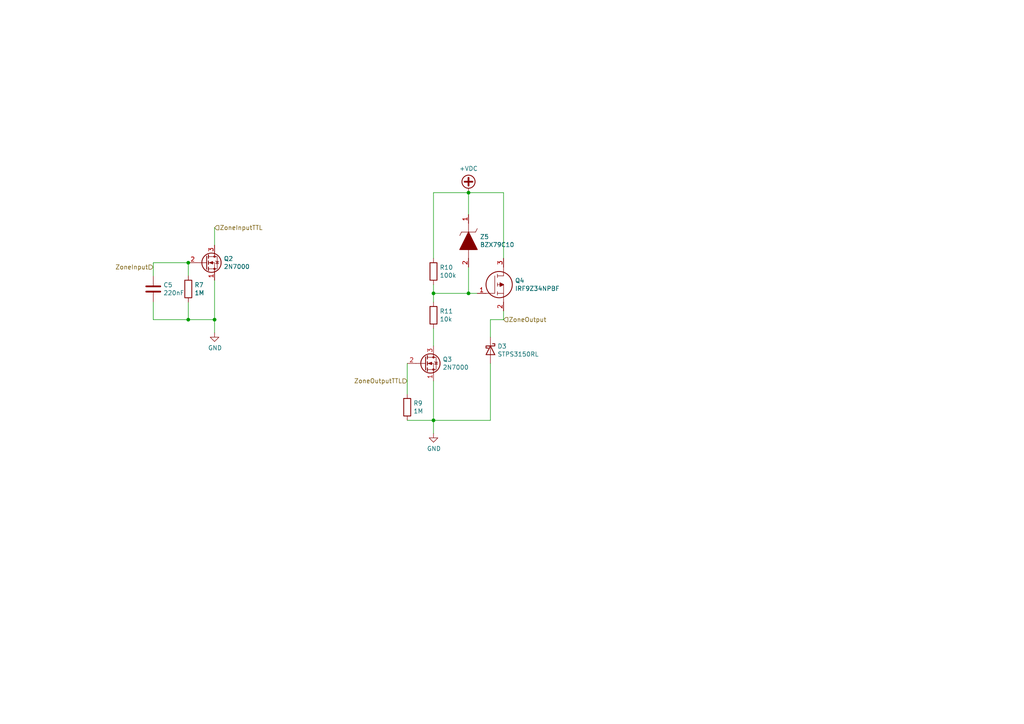
<source format=kicad_sch>
(kicad_sch (version 20211123) (generator eeschema)
  (paper "A4")
  (lib_symbols
    (symbol "Device:C" (pin_numbers hide) (pin_names (offset 0.254))
      (property "Reference" "C" (at 0.635 2.54 0))
      (property "Value" "C" (at 0.635 -2.54 0))
      (symbol "C_0_1"
        (polyline (pts (xy -2.032 -0.762) (xy 2.032 -0.762)) (stroke (width 0.508)))
        (polyline (pts (xy -2.032 0.762) (xy 2.032 0.762)) (stroke (width 0.508)))
      )
      (symbol "C_1_1"
        (pin passive line (at 0 3.81 270) (length 2.794) (name "~") (number "1"))
        (pin passive line (at 0 -3.81 90) (length 2.794) (name "~") (number "2"))
      )
    )
    (symbol "Device:D_Schottky" (pin_numbers hide) (pin_names (offset 1.016) hide)
      (property "Reference" "D" (at 0 2.54 0))
      (property "Value" "D_Schottky" (at 0 -2.54 0))
      (symbol "D_Schottky_0_1"
        (polyline (pts (xy 1.27 0) (xy -1.27 0)))
        (polyline (pts (xy 1.27 1.27) (xy 1.27 -1.27) (xy -1.27 0) (xy 1.27 1.27)) (stroke (width 0.254)))
        (polyline (pts (xy -1.905 0.635) (xy -1.905 1.27) (xy -1.27 1.27) (xy -1.27 -1.27) (xy -0.635 -1.27) (xy -0.635 -0.635)) (stroke (width 0.254)))
      )
      (symbol "D_Schottky_1_1"
        (pin passive line (at -3.81 0 0) (length 2.54) (name "K") (number "1"))
        (pin passive line (at 3.81 0 180) (length 2.54) (name "A") (number "2"))
      )
    )
    (symbol "Device:R" (pin_numbers hide) (pin_names (offset 0))
      (property "Reference" "R" (at 2.032 0 90))
      (property "Value" "R" (at 0 0 90))
      (symbol "R_0_1"
        (rectangle (start -1.016 -2.54) (end 1.016 2.54) (stroke (width 0.254)))
      )
      (symbol "R_1_1"
        (pin passive line (at 0 3.81 270) (length 1.27) (name "~") (number "1"))
        (pin passive line (at 0 -3.81 90) (length 1.27) (name "~") (number "2"))
      )
    )
    (symbol "SamacSys_Parts:BZX79C10" (pin_names (offset 0.762))
      (property "Reference" "Z" (at 10.16 8.89 0))
      (property "Value" "SamacSys_Parts_BZX79C10" (at 10.16 6.35 0))
      (symbol "BZX79C10_0_0"
        (pin passive line (at 0 0 0) (length 2.54) (name "~") (number "1"))
        (pin passive line (at 15.24 0 180) (length 2.54) (name "~") (number "2"))
      )
      (symbol "BZX79C10_0_1"
        (polyline (pts (xy 2.54 0) (xy 5.08 0)) (stroke (width 0.1524)))
        (polyline (pts (xy 4.064 -2.54) (xy 5.08 -2.032)) (stroke (width 0.1524)))
        (polyline (pts (xy 5.08 2.032) (xy 5.08 -2.032)) (stroke (width 0.1524)))
        (polyline (pts (xy 5.08 2.032) (xy 6.096 2.54)) (stroke (width 0.1524)))
        (polyline (pts (xy 12.7 0) (xy 10.16 0)) (stroke (width 0.1524)))
        (polyline (pts (xy 5.08 0) (xy 10.16 2.54) (xy 10.16 -2.54) (xy 5.08 0)) (stroke (width 0.254)) (fill (type outline)))
      )
    )
    (symbol "SamacSys_Parts:IRF9Z34NPBF" (pin_names (offset 0.762))
      (property "Reference" "Q" (at 11.43 3.81 0))
      (property "Value" "SamacSys_Parts_IRF9Z34NPBF" (at 11.43 1.27 0))
      (symbol "IRF9Z34NPBF_0_0"
        (pin passive line (at 0 0 0) (length 2.54) (name "~") (number "1"))
        (pin passive line (at 7.62 -5.08 90) (length 2.54) (name "~") (number "2"))
        (pin passive line (at 7.62 10.16 270) (length 2.54) (name "~") (number "3"))
      )
      (symbol "IRF9Z34NPBF_0_1"
        (polyline (pts (xy 5.842 -0.508) (xy 5.842 0.508)) (stroke (width 0.1524)))
        (polyline (pts (xy 5.842 0) (xy 7.62 0)) (stroke (width 0.1524)))
        (polyline (pts (xy 5.842 2.032) (xy 5.842 3.048)) (stroke (width 0.1524)))
        (polyline (pts (xy 5.842 5.588) (xy 5.842 4.572)) (stroke (width 0.1524)))
        (polyline (pts (xy 7.62 2.54) (xy 5.842 2.54)) (stroke (width 0.1524)))
        (polyline (pts (xy 7.62 2.54) (xy 7.62 -2.54)) (stroke (width 0.1524)))
        (polyline (pts (xy 7.62 5.08) (xy 5.842 5.08)) (stroke (width 0.1524)))
        (polyline (pts (xy 7.62 5.08) (xy 7.62 7.62)) (stroke (width 0.1524)))
        (polyline (pts (xy 2.54 0) (xy 5.08 0) (xy 5.08 5.08)) (stroke (width 0.1524)))
        (polyline (pts (xy 7.62 2.54) (xy 6.604 3.048) (xy 6.604 2.032) (xy 7.62 2.54)) (stroke (width 0.254)) (fill (type outline)))
        (circle (center 6.35 2.54) (radius 3.81) (stroke (width 0.254)))
      )
    )
    (symbol "Transistor_FET:2N7000" (pin_names hide)
      (property "Reference" "Q" (at 5.08 1.905 0))
      (property "Value" "2N7000" (at 5.08 0 0))
      (symbol "2N7000_0_1"
        (polyline (pts (xy 0.254 0) (xy -2.54 0)))
        (polyline (pts (xy 0.254 1.905) (xy 0.254 -1.905)) (stroke (width 0.254)))
        (polyline (pts (xy 0.762 -1.27) (xy 0.762 -2.286)) (stroke (width 0.254)))
        (polyline (pts (xy 0.762 0.508) (xy 0.762 -0.508)) (stroke (width 0.254)))
        (polyline (pts (xy 0.762 2.286) (xy 0.762 1.27)) (stroke (width 0.254)))
        (polyline (pts (xy 2.54 2.54) (xy 2.54 1.778)))
        (polyline (pts (xy 2.54 -2.54) (xy 2.54 0) (xy 0.762 0)))
        (polyline (pts (xy 0.762 -1.778) (xy 3.302 -1.778) (xy 3.302 1.778) (xy 0.762 1.778)))
        (polyline (pts (xy 1.016 0) (xy 2.032 0.381) (xy 2.032 -0.381) (xy 1.016 0)) (fill (type outline)))
        (polyline (pts (xy 2.794 0.508) (xy 2.921 0.381) (xy 3.683 0.381) (xy 3.81 0.254)))
        (polyline (pts (xy 3.302 0.381) (xy 2.921 -0.254) (xy 3.683 -0.254) (xy 3.302 0.381)))
        (circle (center 1.651 0) (radius 2.794) (stroke (width 0.254)))
        (circle (center 2.54 -1.778) (radius 0.254) (fill (type outline)))
        (circle (center 2.54 1.778) (radius 0.254) (fill (type outline)))
      )
      (symbol "2N7000_1_1"
        (pin passive line (at 2.54 -5.08 90) (length 2.54) (name "S") (number "1"))
        (pin input line (at -5.08 0 0) (length 2.54) (name "G") (number "2"))
        (pin passive line (at 2.54 5.08 270) (length 2.54) (name "D") (number "3"))
      )
    )
    (symbol "power:+VDC" (power) (pin_names (offset 0))
      (property "Value" "+VDC" (at 0 6.35 0))
      (symbol "+VDC_0_1"
        (polyline (pts (xy -1.143 3.175) (xy 1.143 3.175)) (stroke (width 0.508)))
        (polyline (pts (xy 0 0) (xy 0 1.27)))
        (polyline (pts (xy 0 2.032) (xy 0 4.318)) (stroke (width 0.508)))
        (circle (center 0 3.175) (radius 1.905) (stroke (width 0.254)))
      )
      (symbol "+VDC_1_1"
        (pin power_in line (at 0 0 90) (length 0) hide (name "+VDC") (number "1"))
      )
    )
    (symbol "power:GND" (power) (pin_names (offset 0))
      (property "Value" "GND" (at 0 -3.81 0))
      (symbol "GND_0_1"
        (polyline (pts (xy 0 0) (xy 0 -1.27) (xy 1.27 -1.27) (xy 0 -2.54) (xy -1.27 -1.27) (xy 0 -1.27)))
      )
      (symbol "GND_1_1"
        (pin power_in line (at 0 0 270) (length 0) hide (name "GND") (number "1"))
      )
    )
  )
  (junction (at 54.61 76.2))
  (junction (at 54.61 92.71))
  (junction (at 125.73 85.09))
  (junction (at 135.89 85.09))
  (junction (at 125.73 121.92))
  (junction (at 62.23 92.71))
  (junction (at 135.89 55.88))
  (wire (pts (xy 146.05 55.88) (xy 135.89 55.88)))
  (wire (pts (xy 125.73 85.09) (xy 135.89 85.09)))
  (wire (pts (xy 125.73 55.88) (xy 125.73 74.93)))
  (wire (pts (xy 135.89 77.47) (xy 135.89 85.09)))
  (wire (pts (xy 62.23 71.12) (xy 62.23 66.04)))
  (wire (pts (xy 125.73 85.09) (xy 125.73 82.55)))
  (wire (pts (xy 125.73 125.73) (xy 125.73 121.92)))
  (wire (pts (xy 118.11 114.3) (xy 118.11 105.41)))
  (wire (pts (xy 54.61 80.01) (xy 54.61 76.2)))
  (wire (pts (xy 44.45 92.71) (xy 54.61 92.71)))
  (wire (pts (xy 135.89 85.09) (xy 138.43 85.09)))
  (wire (pts (xy 125.73 95.25) (xy 125.73 100.33)))
  (wire (pts (xy 44.45 76.2) (xy 54.61 76.2)))
  (wire (pts (xy 146.05 74.93) (xy 146.05 55.88)))
  (wire (pts (xy 125.73 87.63) (xy 125.73 85.09)))
  (wire (pts (xy 142.24 105.41) (xy 142.24 121.92)))
  (wire (pts (xy 44.45 87.63) (xy 44.45 92.71)))
  (wire (pts (xy 135.89 55.88) (xy 125.73 55.88)))
  (wire (pts (xy 54.61 87.63) (xy 54.61 92.71)))
  (wire (pts (xy 62.23 81.28) (xy 62.23 92.71)))
  (wire (pts (xy 62.23 96.52) (xy 62.23 92.71)))
  (wire (pts (xy 135.89 62.23) (xy 135.89 55.88)))
  (wire (pts (xy 44.45 80.01) (xy 44.45 76.2)))
  (wire (pts (xy 142.24 121.92) (xy 125.73 121.92)))
  (wire (pts (xy 142.24 97.79) (xy 142.24 92.71)))
  (wire (pts (xy 125.73 110.49) (xy 125.73 121.92)))
  (wire (pts (xy 118.11 121.92) (xy 125.73 121.92)))
  (wire (pts (xy 142.24 92.71) (xy 146.05 92.71)))
  (wire (pts (xy 54.61 92.71) (xy 62.23 92.71)))
  (wire (pts (xy 146.05 92.71) (xy 146.05 90.17)))
  (hierarchical_label "ZoneOutput" (shape input) (at 146.05 92.71 0))
  (hierarchical_label "ZoneInputTTL" (shape input) (at 62.23 66.04 0))
  (hierarchical_label "ZoneOutputTTL" (shape input) (at 118.11 110.49 180))
  (hierarchical_label "ZoneInput" (shape input) (at 44.45 77.47 180))
  (symbol (lib_id "Transistor_FET:2N7000") (at 59.69 76.2 0)
    (property "Reference" "Q2" (at 64.8716 75.0316 0) (effects (justify left)))
    (property "Value" "2N7000" (at 64.8716 77.343 0) (effects (justify left)))
    (property "Footprint" "Package_TO_SOT_THT:TO-92_Inline" (effects hide))
    (property "Datasheet" "https://www.onsemi.com/pub/Collateral/NDS7002A-D.PDF" (effects hide))
  )
  (symbol (lib_id "Device:R") (at 54.61 83.82 0)
    (property "Reference" "R7" (at 56.388 82.6516 0) (effects (justify left)))
    (property "Value" "1M" (at 56.388 84.963 0) (effects (justify left)))
    (property "Footprint" "Resistor_THT:R_Axial_DIN0207_L6.3mm_D2.5mm_P2.54mm_Vertical" (effects hide))
  )
  (symbol (lib_id "power:GND") (at 62.23 96.52 0)
    (property "Reference" "#PWR028" (effects hide))
    (property "Value" "GND" (at 62.357 100.9142 0))
  )
  (symbol (lib_id "Transistor_FET:2N7000") (at 123.19 105.41 0)
    (property "Reference" "Q3" (at 128.3716 104.2416 0) (effects (justify left)))
    (property "Value" "2N7000" (at 128.3716 106.553 0) (effects (justify left)))
    (property "Footprint" "Package_TO_SOT_THT:TO-92_Inline" (effects hide))
    (property "Datasheet" "https://www.onsemi.com/pub/Collateral/NDS7002A-D.PDF" (effects hide))
  )
  (symbol (lib_id "Device:R") (at 118.11 118.11 0)
    (property "Reference" "R9" (at 119.888 116.9416 0) (effects (justify left)))
    (property "Value" "1M" (at 119.888 119.253 0) (effects (justify left)))
    (property "Footprint" "Resistor_THT:R_Axial_DIN0207_L6.3mm_D2.5mm_P2.54mm_Vertical" (effects hide))
  )
  (symbol (lib_id "power:GND") (at 125.73 125.73 0)
    (property "Reference" "#PWR029" (effects hide))
    (property "Value" "GND" (at 125.857 130.1242 0))
  )
  (symbol (lib_id "Device:R") (at 125.73 91.44 0)
    (property "Reference" "R11" (at 127.508 90.2716 0) (effects (justify left)))
    (property "Value" "10k" (at 127.508 92.583 0) (effects (justify left)))
    (property "Footprint" "Resistor_THT:R_Axial_DIN0207_L6.3mm_D2.5mm_P2.54mm_Vertical" (effects hide))
  )
  (symbol (lib_id "Device:R") (at 125.73 78.74 0)
    (property "Reference" "R10" (at 127.508 77.5716 0) (effects (justify left)))
    (property "Value" "100k" (at 127.508 79.883 0) (effects (justify left)))
    (property "Footprint" "Resistor_THT:R_Axial_DIN0207_L6.3mm_D2.5mm_P2.54mm_Vertical" (effects hide))
  )
  (symbol (lib_id "SamacSys_Parts:IRF9Z34NPBF") (at 138.43 85.09 0)
    (property "Reference" "Q4" (at 149.352 81.3816 0) (effects (justify left)))
    (property "Value" "IRF9Z34NPBF" (at 149.352 83.693 0) (effects (justify left)))
    (property "Footprint" "SamacSys_Parts:TO254P469X1042X1967-3P" (effects hide))
    (property "Datasheet" "https://www.infineon.com/dgdl/irf9z34npbf.pdf?fileId=5546d462533600a40153561220af1ddd" (effects hide))
    (property "Description" "MOSFET MOSFT PCh -55V -17A 100mOhm 23.3nC" (effects hide))
    (property "Height" "4.69" (effects hide))
    (property "Mouser Part Number" "942-IRF9Z34NPBF" (effects hide))
    (property "Mouser Price/Stock" "https://www.mouser.co.uk/ProductDetail/Infineon-IR/IRF9Z34NPBF?qs=9%252BKlkBgLFf16a%2FvlD%252BMCtQ%3D%3D" (effects hide))
    (property "Manufacturer_Name" "Infineon" (effects hide))
    (property "Manufacturer_Part_Number" "IRF9Z34NPBF" (effects hide))
  )
  (symbol (lib_id "power:+VDC") (at 135.89 55.88 0)
    (property "Reference" "#PWR030" (effects hide))
    (property "Value" "+VDC" (at 135.89 48.895 0))
  )
  (symbol (lib_id "Device:D_Schottky") (at 142.24 101.6 270)
    (property "Reference" "D3" (at 144.272 100.4316 90) (effects (justify left)))
    (property "Value" "STPS3150RL" (at 144.272 102.743 90) (effects (justify left)))
    (property "Footprint" "Diode_THT:D_DO-201_P15.24mm_Horizontal" (effects hide))
  )
  (symbol (lib_id "SamacSys_Parts:BZX79C10") (at 135.89 62.23 90) (mirror x)
    (property "Reference" "Z5" (at 139.192 68.6816 90) (effects (justify right)))
    (property "Value" "BZX79C10" (at 139.192 70.993 90) (effects (justify right)))
    (property "Footprint" "DIOAD1068W53L380D172" (effects hide))
    (property "Datasheet" "https://www.fairchildsemi.com/datasheets/BZ/BZX79C10.pdf" (effects hide))
    (property "Description" "BZX79C10, Zener Diode, 10V +/-5 500 mW 0.2A, 2-Pin DO-35" (effects hide))
    (property "Mouser Part Number" "512-BZX79C10" (effects hide))
    (property "Mouser Price/Stock" "https://www.mouser.co.uk/ProductDetail/ON-Semiconductor-Fairchild/BZX79C10?qs=FITO%2F%2FQgYDkGEXVpK3DyhQ%3D%3D" (effects hide))
    (property "Manufacturer_Name" "ON Semiconductor" (effects hide))
    (property "Manufacturer_Part_Number" "BZX79C10" (effects hide))
  )
  (symbol (lib_id "Device:C") (at 44.45 83.82 0)
    (property "Reference" "C5" (at 47.371 82.6516 0) (effects (justify left)))
    (property "Value" "220nF" (at 47.371 84.963 0) (effects (justify left)))
    (property "Footprint" "Capacitor_THT:C_Disc_D5.1mm_W3.2mm_P5.00mm" (effects hide))
  )
)
</source>
